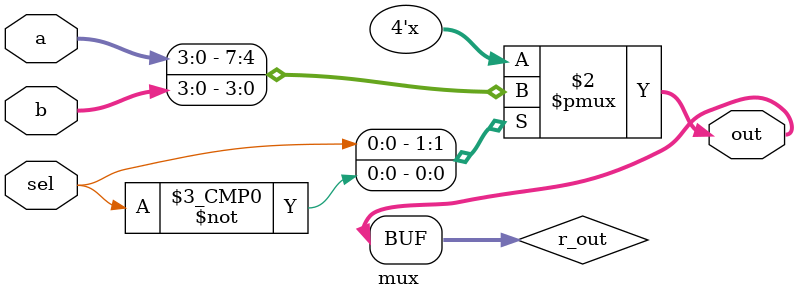
<source format=v>
`timescale 1ns / 1ps

//     assign out = (sel==1) ? a : b; //연속 할당문
// endmodule
// module mux2_1(
//     input a,
//     input b,
//     input sel,
//     output  out
//     );
//     reg r_out;
//     always @(*) begin
//         case (sel)
//            1'b1 : r_out=a;
//            1'b0 : r_out=b; 
//         endcase
//     end
// assign out=r_out;
// endmodule
module mux(
    input [3:0]a,
    input [3:0]b,
    input sel,
    output  [3:0] out
    );
    reg [3:0] r_out;
    always @(*) begin
        case (sel)
           1'b1 : r_out=a;
           1'b0 : r_out=b; 
        endcase
    end
assign out=r_out;


endmodule

</source>
